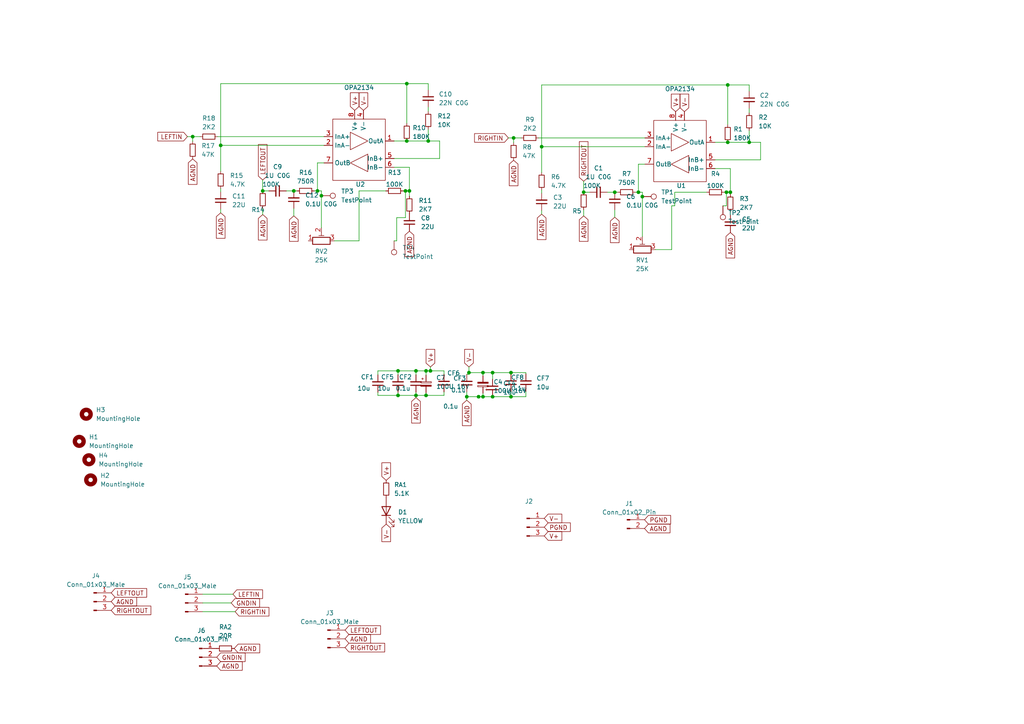
<source format=kicad_sch>
(kicad_sch (version 20231120) (generator "eeschema") (generator_version "8.0")
  (paper "A4")
  (lib_symbols
    (symbol "Amplifier_Audio:OPA2134"
      (property "Reference" "U" (at 0 -2.54 0))
      (property "Value" "OPA2134" (at 0 0 0))
      (symbol "OPA2134_0_1"
        (rectangle (start -7.62 16.51) (end 7.62 -1.27))
        (polyline (pts (xy -2.54 12.7) (xy -2.54 7.62) (xy 2.54 10.16) (xy -2.54 12.7)))
        (polyline (pts (xy 2.54 6.35) (xy 2.54 1.27) (xy -2.54 3.81) (xy 2.54 6.35)))
      )
      (symbol "OPA2134_1_1"
        (pin output line (at 10.16 10.16 180) (length 2.54) (name "OutA") (number "1"))
        (pin input line (at -10.16 8.89 0) (length 2.54) (name "InA-") (number "2"))
        (pin input line (at -10.16 11.43 0) (length 2.54) (name "InA+") (number "3"))
        (pin input line (at 1.27 19.05 270) (length 2.54) (name "V-") (number "4"))
        (pin input line (at 10.16 5.08 180) (length 2.54) (name "InB+") (number "5"))
        (pin input line (at 10.16 2.54 180) (length 2.54) (name "InB-") (number "6"))
        (pin output line (at -10.16 3.81 0) (length 2.54) (name "OutB") (number "7"))
        (pin input line (at -1.27 19.05 270) (length 2.54) (name "V+") (number "8"))
      )
    )
    (symbol "Connector:Conn_01x02_Pin" (pin_names (offset 1.016) hide)
      (property "Reference" "J" (at 0 2.54 0))
      (property "Value" "Conn_01x02_Pin" (at 0 -5.08 0))
      (symbol "Conn_01x02_Pin_1_1"
        (polyline (pts (xy 1.27 -2.54) (xy 0.8636 -2.54)) (stroke (width 0.1524)))
        (polyline (pts (xy 1.27 0) (xy 0.8636 0)) (stroke (width 0.1524)))
        (rectangle (start 0.8636 -2.413) (end 0 -2.667) (stroke (width 0.1524)) (fill (type outline)))
        (rectangle (start 0.8636 0.127) (end 0 -0.127) (stroke (width 0.1524)) (fill (type outline)))
        (pin passive line (at 5.08 0 180) (length 3.81) (name "Pin_1") (number "1"))
        (pin passive line (at 5.08 -2.54 180) (length 3.81) (name "Pin_2") (number "2"))
      )
    )
    (symbol "Connector:Conn_01x03_Male" (pin_names (offset 1.016) hide)
      (property "Reference" "J" (at 0 5.08 0))
      (property "Value" "Conn_01x03_Male" (at 0 -5.08 0))
      (symbol "Conn_01x03_Male_1_1"
        (polyline (pts (xy 1.27 -2.54) (xy 0.8636 -2.54)) (stroke (width 0.1524)))
        (polyline (pts (xy 1.27 0) (xy 0.8636 0)) (stroke (width 0.1524)))
        (polyline (pts (xy 1.27 2.54) (xy 0.8636 2.54)) (stroke (width 0.1524)))
        (rectangle (start 0.8636 -2.413) (end 0 -2.667) (stroke (width 0.1524)) (fill (type outline)))
        (rectangle (start 0.8636 0.127) (end 0 -0.127) (stroke (width 0.1524)) (fill (type outline)))
        (rectangle (start 0.8636 2.667) (end 0 2.413) (stroke (width 0.1524)) (fill (type outline)))
        (pin passive line (at 5.08 2.54 180) (length 3.81) (name "Pin_1") (number "1"))
        (pin passive line (at 5.08 0 180) (length 3.81) (name "Pin_2") (number "2"))
        (pin passive line (at 5.08 -2.54 180) (length 3.81) (name "Pin_3") (number "3"))
      )
    )
    (symbol "Connector:Conn_01x03_Pin" (pin_names (offset 1.016) hide)
      (property "Reference" "J" (at 0 5.08 0))
      (property "Value" "Conn_01x03_Pin" (at 0 -5.08 0))
      (symbol "Conn_01x03_Pin_1_1"
        (polyline (pts (xy 1.27 -2.54) (xy 0.8636 -2.54)) (stroke (width 0.1524)))
        (polyline (pts (xy 1.27 0) (xy 0.8636 0)) (stroke (width 0.1524)))
        (polyline (pts (xy 1.27 2.54) (xy 0.8636 2.54)) (stroke (width 0.1524)))
        (rectangle (start 0.8636 -2.413) (end 0 -2.667) (stroke (width 0.1524)) (fill (type outline)))
        (rectangle (start 0.8636 0.127) (end 0 -0.127) (stroke (width 0.1524)) (fill (type outline)))
        (rectangle (start 0.8636 2.667) (end 0 2.413) (stroke (width 0.1524)) (fill (type outline)))
        (pin passive line (at 5.08 2.54 180) (length 3.81) (name "Pin_1") (number "1"))
        (pin passive line (at 5.08 0 180) (length 3.81) (name "Pin_2") (number "2"))
        (pin passive line (at 5.08 -2.54 180) (length 3.81) (name "Pin_3") (number "3"))
      )
    )
    (symbol "Connector:TestPoint" (pin_numbers hide) (pin_names (offset 0.762) hide)
      (property "Reference" "TP" (at 0 6.858 0))
      (property "Value" "TestPoint" (at 0 5.08 0))
      (symbol "TestPoint_0_1"
        (circle (center 0 3.302) (radius 0.762))
      )
      (symbol "TestPoint_1_1"
        (pin passive line (at 0 0 90) (length 2.54) (name "1") (number "1"))
      )
    )
    (symbol "Device:C_Polarized_Small" (pin_numbers hide) (pin_names (offset 0.254) hide)
      (property "Reference" "C" (at 0.254 1.778 0))
      (property "Value" "C_Polarized_Small" (at 0.254 -2.032 0))
      (symbol "C_Polarized_Small_0_1"
        (rectangle (start -1.524 -0.3048) (end 1.524 -0.6858) (fill (type outline)))
        (rectangle (start -1.524 0.6858) (end 1.524 0.3048))
        (polyline (pts (xy -1.27 1.524) (xy -0.762 1.524)))
        (polyline (pts (xy -1.016 1.27) (xy -1.016 1.778)))
      )
      (symbol "C_Polarized_Small_1_1"
        (pin passive line (at 0 2.54 270) (length 1.8542) (name "~") (number "1"))
        (pin passive line (at 0 -2.54 90) (length 1.8542) (name "~") (number "2"))
      )
    )
    (symbol "Device:C_Small" (pin_numbers hide) (pin_names (offset 0.254) hide)
      (property "Reference" "C" (at 0.254 1.778 0))
      (property "Value" "C_Small" (at 0.254 -2.032 0))
      (symbol "C_Small_0_1"
        (polyline (pts (xy -1.524 -0.508) (xy 1.524 -0.508)) (stroke (width 0.3302)))
        (polyline (pts (xy -1.524 0.508) (xy 1.524 0.508)) (stroke (width 0.3048)))
      )
      (symbol "C_Small_1_1"
        (pin passive line (at 0 2.54 270) (length 2.032) (name "~") (number "1"))
        (pin passive line (at 0 -2.54 90) (length 2.032) (name "~") (number "2"))
      )
    )
    (symbol "Device:LED" (pin_numbers hide) (pin_names (offset 1.016) hide)
      (property "Reference" "D" (at 0 2.54 0))
      (property "Value" "LED" (at 0 -2.54 0))
      (symbol "LED_0_1"
        (polyline (pts (xy -1.27 -1.27) (xy -1.27 1.27)) (stroke (width 0.254)))
        (polyline (pts (xy -1.27 0) (xy 1.27 0)))
        (polyline (pts (xy 1.27 -1.27) (xy 1.27 1.27) (xy -1.27 0) (xy 1.27 -1.27)) (stroke (width 0.254)))
        (polyline (pts (xy -3.048 -0.762) (xy -4.572 -2.286) (xy -3.81 -2.286) (xy -4.572 -2.286) (xy -4.572 -1.524)))
        (polyline (pts (xy -1.778 -0.762) (xy -3.302 -2.286) (xy -2.54 -2.286) (xy -3.302 -2.286) (xy -3.302 -1.524)))
      )
      (symbol "LED_1_1"
        (pin passive line (at -3.81 0 0) (length 2.54) (name "K") (number "1"))
        (pin passive line (at 3.81 0 180) (length 2.54) (name "A") (number "2"))
      )
    )
    (symbol "Device:R_Potentiometer_Trim" (pin_names (offset 1.016) hide)
      (property "Reference" "RV" (at -4.445 0 90))
      (property "Value" "R_Potentiometer_Trim" (at -2.54 0 90))
      (symbol "R_Potentiometer_Trim_0_1"
        (polyline (pts (xy 1.524 0.762) (xy 1.524 -0.762)))
        (polyline (pts (xy 2.54 0) (xy 1.524 0)))
        (rectangle (start 1.016 2.54) (end -1.016 -2.54) (stroke (width 0.254)))
      )
      (symbol "R_Potentiometer_Trim_1_1"
        (pin passive line (at 0 3.81 270) (length 1.27) (name "1") (number "1"))
        (pin passive line (at 3.81 0 180) (length 1.27) (name "2") (number "2"))
        (pin passive line (at 0 -3.81 90) (length 1.27) (name "3") (number "3"))
      )
    )
    (symbol "Device:R_Small" (pin_numbers hide) (pin_names (offset 0.254) hide)
      (property "Reference" "R" (at 0.762 0.508 0))
      (property "Value" "R_Small" (at 0.762 -1.016 0))
      (symbol "R_Small_0_1"
        (rectangle (start -0.762 1.778) (end 0.762 -1.778) (stroke (width 0.2032)))
      )
      (symbol "R_Small_1_1"
        (pin passive line (at 0 2.54 270) (length 0.762) (name "~") (number "1"))
        (pin passive line (at 0 -2.54 90) (length 0.762) (name "~") (number "2"))
      )
    )
    (symbol "Mechanical:MountingHole" (pin_names (offset 1.016))
      (property "Reference" "H" (at 0 5.08 0))
      (property "Value" "MountingHole" (at 0 3.175 0))
      (symbol "MountingHole_0_1"
        (circle (center 0 0) (radius 1.27) (stroke (width 1.27)))
      )
    )
  )
  (junction (at 92.075 55.372))
  (junction (at 178.308 55.753))
  (junction (at 117.602 55.372))
  (junction (at 186.309 57.023))
  (junction (at 115.443 107.569))
  (junction (at 185.166 55.753))
  (junction (at 211.074 24.638))
  (junction (at 123.571 114.681))
  (junction (at 123.571 107.569))
  (junction (at 148.209 108.077))
  (junction (at 157.099 42.545))
  (junction (at 124.206 40.894))
  (junction (at 142.875 115.062))
  (junction (at 118.745 55.372))
  (junction (at 210.693 55.753))
  (junction (at 211.074 41.275))
  (junction (at 135.382 115.062))
  (junction (at 136.017 108.077))
  (junction (at 64.008 42.164))
  (junction (at 117.983 24.257))
  (junction (at 76.2 55.372))
  (junction (at 140.081 115.062))
  (junction (at 211.836 55.753))
  (junction (at 93.218 56.769))
  (junction (at 124.841 107.569))
  (junction (at 120.65 107.569))
  (junction (at 55.88 39.624))
  (junction (at 148.971 40.005))
  (junction (at 115.443 114.681))
  (junction (at 117.983 40.894))
  (junction (at 142.875 108.077))
  (junction (at 120.65 114.681))
  (junction (at 169.291 55.753))
  (junction (at 85.217 55.372))
  (junction (at 140.081 108.077))
  (junction (at 217.297 41.275))
  (junction (at 138.811 115.062))
  (junction (at 148.209 115.062))
  (wire (pts (xy 195.707 55.753) (xy 195.707 59.69)))
  (wire (pts (xy 124.206 32.385) (xy 124.206 31.115)))
  (wire (pts (xy 67.056 174.879) (xy 58.801 174.879)))
  (wire (pts (xy 117.602 55.372) (xy 118.745 55.372)))
  (wire (pts (xy 118.745 48.514) (xy 118.745 55.372)))
  (wire (pts (xy 92.075 47.244) (xy 93.98 47.244)))
  (wire (pts (xy 157.099 56.007) (xy 157.099 55.118)))
  (wire (pts (xy 178.308 62.992) (xy 178.308 60.833)))
  (wire (pts (xy 117.983 24.257) (xy 117.983 35.814)))
  (wire (pts (xy 118.745 55.372) (xy 118.745 56.896)))
  (wire (pts (xy 111.887 55.372) (xy 104.14 55.372)))
  (wire (pts (xy 152.527 108.077) (xy 148.209 108.077)))
  (wire (pts (xy 185.166 55.753) (xy 185.166 47.625)))
  (wire (pts (xy 186.309 55.753) (xy 185.166 55.753)))
  (wire (pts (xy 204.978 55.753) (xy 195.707 55.753)))
  (wire (pts (xy 115.062 69.85) (xy 114.3 69.85)))
  (wire (pts (xy 115.443 114.681) (xy 120.65 114.681)))
  (wire (pts (xy 136.017 108.077) (xy 140.081 108.077)))
  (wire (pts (xy 76.2 62.23) (xy 76.2 60.452)))
  (wire (pts (xy 211.074 24.638) (xy 211.074 36.195)))
  (wire (pts (xy 114.3 45.974) (xy 127.508 45.974)))
  (wire (pts (xy 123.571 108.839) (xy 123.571 107.569)))
  (wire (pts (xy 123.571 113.919) (xy 123.571 114.681)))
  (wire (pts (xy 115.443 108.712) (xy 115.443 107.569)))
  (wire (pts (xy 185.166 47.625) (xy 187.071 47.625)))
  (wire (pts (xy 184.277 55.753) (xy 185.166 55.753)))
  (wire (pts (xy 123.571 114.681) (xy 128.778 114.681)))
  (wire (pts (xy 128.778 108.585) (xy 128.778 107.569)))
  (wire (pts (xy 140.081 114.046) (xy 140.081 115.062)))
  (wire (pts (xy 58.801 172.339) (xy 67.564 172.339)))
  (wire (pts (xy 148.971 41.402) (xy 148.971 40.005)))
  (wire (pts (xy 186.309 57.023) (xy 186.309 55.753)))
  (wire (pts (xy 217.297 24.638) (xy 211.074 24.638)))
  (wire (pts (xy 169.291 62.611) (xy 169.291 60.833)))
  (wire (pts (xy 93.218 55.372) (xy 92.075 55.372)))
  (wire (pts (xy 114.3 48.514) (xy 118.745 48.514)))
  (wire (pts (xy 148.971 40.005) (xy 151.13 40.005)))
  (wire (pts (xy 127.508 40.894) (xy 127.508 45.974)))
  (wire (pts (xy 211.836 62.357) (xy 211.836 61.468)))
  (wire (pts (xy 152.527 115.062) (xy 148.209 115.062)))
  (wire (pts (xy 157.099 24.638) (xy 211.074 24.638)))
  (wire (pts (xy 117.602 55.372) (xy 117.602 63.119)))
  (wire (pts (xy 148.209 108.077) (xy 142.875 108.077)))
  (wire (pts (xy 109.601 107.569) (xy 115.443 107.569)))
  (wire (pts (xy 140.081 115.062) (xy 142.875 115.062)))
  (wire (pts (xy 83.058 55.372) (xy 85.217 55.372)))
  (wire (pts (xy 64.008 61.722) (xy 64.008 60.706)))
  (wire (pts (xy 124.841 107.569) (xy 123.571 107.569)))
  (wire (pts (xy 120.65 107.569) (xy 120.65 108.712)))
  (wire (pts (xy 109.601 114.681) (xy 115.443 114.681)))
  (wire (pts (xy 64.008 24.257) (xy 117.983 24.257)))
  (wire (pts (xy 207.391 46.355) (xy 220.599 46.355)))
  (wire (pts (xy 217.297 41.275) (xy 220.599 41.275)))
  (wire (pts (xy 63.119 39.624) (xy 93.98 39.624)))
  (wire (pts (xy 64.008 42.164) (xy 93.98 42.164)))
  (wire (pts (xy 157.099 42.545) (xy 187.071 42.545)))
  (wire (pts (xy 136.017 106.426) (xy 136.017 108.077)))
  (wire (pts (xy 138.684 114.935) (xy 138.811 115.062)))
  (wire (pts (xy 76.2 52.197) (xy 76.2 55.372)))
  (wire (pts (xy 91.186 55.372) (xy 92.075 55.372)))
  (wire (pts (xy 124.206 24.257) (xy 117.983 24.257)))
  (wire (pts (xy 124.206 37.465) (xy 124.206 40.894)))
  (wire (pts (xy 211.836 55.753) (xy 211.836 56.388)))
  (wire (pts (xy 178.308 55.753) (xy 179.197 55.753)))
  (wire (pts (xy 109.601 113.792) (xy 109.601 114.681)))
  (wire (pts (xy 109.601 108.712) (xy 109.601 107.569)))
  (wire (pts (xy 157.099 42.545) (xy 157.099 50.038)))
  (wire (pts (xy 117.983 40.894) (xy 124.206 40.894)))
  (wire (pts (xy 211.074 41.275) (xy 217.297 41.275)))
  (wire (pts (xy 136.017 108.585) (xy 135.382 108.585)))
  (wire (pts (xy 128.778 107.569) (xy 124.841 107.569)))
  (wire (pts (xy 85.217 62.611) (xy 85.217 60.452)))
  (wire (pts (xy 124.206 26.035) (xy 124.206 24.257)))
  (wire (pts (xy 156.21 40.005) (xy 187.071 40.005)))
  (wire (pts (xy 140.081 108.966) (xy 140.081 108.077)))
  (wire (pts (xy 115.062 63.119) (xy 115.062 69.85)))
  (wire (pts (xy 194.818 59.69) (xy 194.818 72.39)))
  (wire (pts (xy 93.218 56.769) (xy 93.218 66.04)))
  (wire (pts (xy 186.309 57.023) (xy 186.309 68.58)))
  (wire (pts (xy 124.206 40.894) (xy 127.508 40.894)))
  (wire (pts (xy 92.075 55.372) (xy 92.075 47.244)))
  (wire (pts (xy 157.099 62.103) (xy 157.099 61.087)))
  (wire (pts (xy 135.382 113.665) (xy 135.382 115.062)))
  (wire (pts (xy 140.081 108.077) (xy 142.875 108.077)))
  (wire (pts (xy 148.209 108.458) (xy 148.209 108.077)))
  (wire (pts (xy 104.14 69.85) (xy 97.028 69.85)))
  (wire (pts (xy 210.693 55.753) (xy 211.836 55.753)))
  (wire (pts (xy 64.008 42.164) (xy 64.008 49.657)))
  (wire (pts (xy 120.65 114.681) (xy 123.571 114.681)))
  (wire (pts (xy 194.818 72.39) (xy 190.119 72.39)))
  (wire (pts (xy 147.447 40.005) (xy 148.971 40.005)))
  (wire (pts (xy 220.599 41.275) (xy 220.599 46.355)))
  (wire (pts (xy 55.88 41.021) (xy 55.88 39.624)))
  (wire (pts (xy 104.14 55.372) (xy 104.14 69.85)))
  (wire (pts (xy 210.693 55.753) (xy 210.693 59.69)))
  (wire (pts (xy 169.291 55.753) (xy 171.069 55.753)))
  (wire (pts (xy 217.297 26.416) (xy 217.297 24.638)))
  (wire (pts (xy 55.88 39.624) (xy 58.039 39.624)))
  (wire (pts (xy 117.602 63.119) (xy 115.062 63.119)))
  (wire (pts (xy 115.443 113.792) (xy 115.443 114.681)))
  (wire (pts (xy 114.3 40.894) (xy 117.983 40.894)))
  (wire (pts (xy 124.841 106.426) (xy 124.841 107.569)))
  (wire (pts (xy 217.297 37.846) (xy 217.297 41.275)))
  (wire (pts (xy 54.356 39.624) (xy 55.88 39.624)))
  (wire (pts (xy 152.527 108.458) (xy 152.527 108.077)))
  (wire (pts (xy 116.967 55.372) (xy 117.602 55.372)))
  (wire (pts (xy 120.65 114.681) (xy 120.65 115.316)))
  (wire (pts (xy 64.008 42.164) (xy 64.008 24.257)))
  (wire (pts (xy 148.209 113.538) (xy 148.209 115.062)))
  (wire (pts (xy 169.291 52.578) (xy 169.291 55.753)))
  (wire (pts (xy 93.218 56.769) (xy 93.218 55.372)))
  (wire (pts (xy 58.801 177.419) (xy 68.199 177.419)))
  (wire (pts (xy 152.527 113.538) (xy 152.527 115.062)))
  (wire (pts (xy 64.008 55.626) (xy 64.008 54.737)))
  (wire (pts (xy 210.693 59.69) (xy 209.677 59.69)))
  (wire (pts (xy 136.017 108.077) (xy 136.017 108.585)))
  (wire (pts (xy 210.058 55.753) (xy 210.693 55.753)))
  (wire (pts (xy 157.099 42.545) (xy 157.099 24.638)))
  (wire (pts (xy 128.778 113.665) (xy 128.778 114.681)))
  (wire (pts (xy 207.391 48.895) (xy 211.836 48.895)))
  (wire (pts (xy 142.875 109.982) (xy 142.875 108.077)))
  (wire (pts (xy 138.811 115.062) (xy 140.081 115.062)))
  (wire (pts (xy 148.209 115.062) (xy 142.875 115.062)))
  (wire (pts (xy 123.571 107.569) (xy 120.65 107.569)))
  (wire (pts (xy 217.297 32.766) (xy 217.297 31.496)))
  (wire (pts (xy 194.818 59.69) (xy 195.707 59.69)))
  (wire (pts (xy 176.149 55.753) (xy 178.308 55.753)))
  (wire (pts (xy 120.65 113.792) (xy 120.65 114.681)))
  (wire (pts (xy 135.382 115.062) (xy 138.811 115.062)))
  (wire (pts (xy 211.836 48.895) (xy 211.836 55.753)))
  (wire (pts (xy 76.2 55.372) (xy 77.978 55.372)))
  (wire (pts (xy 115.443 107.569) (xy 120.65 107.569)))
  (wire (pts (xy 135.382 115.062) (xy 135.382 116.078)))
  (wire (pts (xy 85.217 55.372) (xy 86.106 55.372)))
  (wire (pts (xy 207.391 41.275) (xy 211.074 41.275)))
  (global_label "AGND" (shape input) (at 118.745 67.056 270) (property "Intersheetrefs" "${INTERSHEET_REFS}" (effects (hide yes))))
  (global_label "LEFTIN" (shape input) (at 54.356 39.624 180) (property "Intersheetrefs" "${INTERSHEET_REFS}" (effects (hide yes))))
  (global_label "AGND" (shape input) (at 55.88 46.101 270) (property "Intersheetrefs" "${INTERSHEET_REFS}" (effects (hide yes))))
  (global_label "PGND" (shape input) (at 157.861 152.908 0) (property "Intersheetrefs" "${INTERSHEET_REFS}" (effects (hide yes))))
  (global_label "AGND" (shape input) (at 67.945 188.087 0) (property "Intersheetrefs" "${INTERSHEET_REFS}" (effects (hide yes))))
  (global_label "V-" (shape input) (at 105.41 32.004 90) (property "Intersheetrefs" "${INTERSHEET_REFS}" (effects (hide yes))))
  (global_label "AGND" (shape input) (at 169.291 62.611 270) (property "Intersheetrefs" "${INTERSHEET_REFS}" (effects (hide yes))))
  (global_label "AGND" (shape input) (at 178.308 62.992 270) (property "Intersheetrefs" "${INTERSHEET_REFS}" (effects (hide yes))))
  (global_label "AGND" (shape input) (at 76.2 62.23 270) (property "Intersheetrefs" "${INTERSHEET_REFS}" (effects (hide yes))))
  (global_label "AGND" (shape input) (at 85.217 62.611 270) (property "Intersheetrefs" "${INTERSHEET_REFS}" (effects (hide yes))))
  (global_label "AGND" (shape input) (at 120.65 115.316 270) (property "Intersheetrefs" "${INTERSHEET_REFS}" (effects (hide yes))))
  (global_label "LEFTOUT" (shape input) (at 76.2 52.197 90) (property "Intersheetrefs" "${INTERSHEET_REFS}" (effects (hide yes))))
  (global_label "V-" (shape input) (at 112.014 152.019 270) (property "Intersheetrefs" "${INTERSHEET_REFS}" (effects (hide yes))))
  (global_label "V-" (shape input) (at 157.861 150.368 0) (property "Intersheetrefs" "${INTERSHEET_REFS}" (effects (hide yes))))
  (global_label "GNDIN" (shape input) (at 67.056 174.879 0) (property "Intersheetrefs" "${INTERSHEET_REFS}" (effects (hide yes))))
  (global_label "AGND" (shape input) (at 64.008 61.722 270) (property "Intersheetrefs" "${INTERSHEET_REFS}" (effects (hide yes))))
  (global_label "V-" (shape input) (at 136.017 106.426 90) (property "Intersheetrefs" "${INTERSHEET_REFS}" (effects (hide yes))))
  (global_label "AGND" (shape input) (at 186.944 153.289 0) (property "Intersheetrefs" "${INTERSHEET_REFS}" (effects (hide yes))))
  (global_label "AGND" (shape input) (at 157.099 62.103 270) (property "Intersheetrefs" "${INTERSHEET_REFS}" (effects (hide yes))))
  (global_label "RIGHTOUT" (shape input) (at 100.076 187.833 0) (property "Intersheetrefs" "${INTERSHEET_REFS}" (effects (hide yes))))
  (global_label "V+" (shape input) (at 157.861 155.448 0) (property "Intersheetrefs" "${INTERSHEET_REFS}" (effects (hide yes))))
  (global_label "RIGHTIN" (shape input) (at 147.447 40.005 180) (property "Intersheetrefs" "${INTERSHEET_REFS}" (effects (hide yes))))
  (global_label "PGND" (shape input) (at 186.944 150.749 0) (property "Intersheetrefs" "${INTERSHEET_REFS}" (effects (hide yes))))
  (global_label "RIGHTIN" (shape input) (at 68.199 177.419 0) (property "Intersheetrefs" "${INTERSHEET_REFS}" (effects (hide yes))))
  (global_label "V-" (shape input) (at 198.501 32.385 90) (property "Intersheetrefs" "${INTERSHEET_REFS}" (effects (hide yes))))
  (global_label "V+" (shape input) (at 195.961 32.385 90) (property "Intersheetrefs" "${INTERSHEET_REFS}" (effects (hide yes))))
  (global_label "V+" (shape input) (at 112.014 139.319 90) (property "Intersheetrefs" "${INTERSHEET_REFS}" (effects (hide yes))))
  (global_label "AGND" (shape input) (at 32.258 174.498 0) (property "Intersheetrefs" "${INTERSHEET_REFS}" (effects (hide yes))))
  (global_label "AGND" (shape input) (at 62.865 193.167 0) (property "Intersheetrefs" "${INTERSHEET_REFS}" (effects (hide yes))))
  (global_label "AGND" (shape input) (at 135.382 116.078 270) (property "Intersheetrefs" "${INTERSHEET_REFS}" (effects (hide yes))))
  (global_label "AGND" (shape input) (at 100.076 185.293 0) (property "Intersheetrefs" "${INTERSHEET_REFS}" (effects (hide yes))))
  (global_label "GNDIN" (shape input) (at 62.865 190.627 0) (property "Intersheetrefs" "${INTERSHEET_REFS}" (effects (hide yes))))
  (global_label "LEFTOUT" (shape input) (at 32.258 171.958 0) (property "Intersheetrefs" "${INTERSHEET_REFS}" (effects (hide yes))))
  (global_label "RIGHTOUT" (shape input) (at 32.258 177.038 0) (property "Intersheetrefs" "${INTERSHEET_REFS}" (effects (hide yes))))
  (global_label "LEFTOUT" (shape input) (at 100.076 182.753 0) (property "Intersheetrefs" "${INTERSHEET_REFS}" (effects (hide yes))))
  (global_label "LEFTIN" (shape input) (at 67.564 172.339 0) (property "Intersheetrefs" "${INTERSHEET_REFS}" (effects (hide yes))))
  (global_label "V+" (shape input) (at 124.841 106.426 90) (property "Intersheetrefs" "${INTERSHEET_REFS}" (effects (hide yes))))
  (global_label "AGND" (shape input) (at 148.971 46.482 270) (property "Intersheetrefs" "${INTERSHEET_REFS}" (effects (hide yes))))
  (global_label "V+" (shape input) (at 102.87 32.004 90) (property "Intersheetrefs" "${INTERSHEET_REFS}" (effects (hide yes))))
  (global_label "RIGHTOUT" (shape input) (at 169.291 52.578 90) (property "Intersheetrefs" "${INTERSHEET_REFS}" (effects (hide yes))))
  (global_label "AGND" (shape input) (at 211.836 67.437 270) (property "Intersheetrefs" "${INTERSHEET_REFS}" (effects (hide yes))))
  (symbol (lib_id "Device:R_Small") (at 211.836 58.928 180) (unit 1)
    (property "Reference" "R3" (at 214.503 57.6579 0) (effects (justify right)))
    (property "Value" "2K7" (at 214.503 60.1979 0) (effects (justify right)))
    (property "Footprint" "Resistor_SMD:R_0805_2012Metric_Pad1.20x1.40mm_HandSolder" (effects (hide yes)))
  )
  (symbol (lib_id "Device:C_Polarized_Small") (at 123.571 111.379 0) (unit 1)
    (property "Reference" "C7" (at 126.492 109.5628 0) (effects (justify left)))
    (property "Value" "100U 16V" (at 126.492 112.1028 0) (effects (justify left)))
    (property "Footprint" "Capacitor_THT:CP_Radial_D6.3mm_P2.50mm" (effects (hide yes)))
  )
  (symbol (lib_id "Device:R_Small") (at 148.971 43.942 180) (unit 1)
    (property "Reference" "R8" (at 151.511 42.6719 0) (effects (justify right)))
    (property "Value" "47K" (at 151.511 45.2119 0) (effects (justify right)))
    (property "Footprint" "Resistor_SMD:R_0805_2012Metric_Pad1.20x1.40mm_HandSolder" (effects (hide yes)))
  )
  (symbol (lib_id "Connector:Conn_01x03_Male") (at 53.721 174.879 0) (unit 1)
    (property "Reference" "J5" (at 54.356 167.386 0))
    (property "Value" "Conn_01x03_Male" (at 54.356 169.926 0))
    (property "Footprint" "Connector_JST:JST_PH_B3B-PH-K_1x03_P2.00mm_Vertical" (effects (hide yes)))
  )
  (symbol (lib_id "Mechanical:MountingHole") (at 22.987 128.016 0) (unit 1)
    (property "Reference" "H1" (at 25.781 126.7459 0) (effects (justify left)))
    (property "Value" "MountingHole" (at 25.781 129.2859 0) (effects (justify left)))
    (property "Footprint" "MountingHole:MountingHole_3.2mm_M3" (effects (hide yes)))
  )
  (symbol (lib_id "Device:R_Small") (at 60.579 39.624 90) (unit 1)
    (property "Reference" "R18" (at 60.579 34.29 90))
    (property "Value" "2K2" (at 60.579 36.83 90))
    (property "Footprint" "Resistor_SMD:R_0805_2012Metric_Pad1.20x1.40mm_HandSolder" (effects (hide yes)))
  )
  (symbol (lib_id "Device:C_Polarized_Small") (at 140.081 111.506 180) (unit 1)
    (property "Reference" "C4" (at 143.129 110.782 0) (effects (justify right)))
    (property "Value" "100U 16V" (at 143.129 113.322 0) (effects (justify right)))
    (property "Footprint" "Capacitor_THT:CP_Radial_D6.3mm_P2.50mm" (effects (hide yes)))
  )
  (symbol (lib_id "Connector:TestPoint") (at 93.218 56.769 270) (unit 1)
    (property "Reference" "TP3" (at 98.933 55.4989 90) (effects (justify left)))
    (property "Value" "TestPoint" (at 98.933 58.0389 90) (effects (justify left)))
    (property "Footprint" "TestPoint:TestPoint_THTPad_1.5x1.5mm_Drill0.7mm" (effects (hide yes)))
  )
  (symbol (lib_id "Device:R_Small") (at 55.88 43.561 180) (unit 1)
    (property "Reference" "R17" (at 58.42 42.2909 0) (effects (justify right)))
    (property "Value" "47K" (at 58.42 44.8309 0) (effects (justify right)))
    (property "Footprint" "Resistor_SMD:R_0805_2012Metric_Pad1.20x1.40mm_HandSolder" (effects (hide yes)))
  )
  (symbol (lib_id "Device:C_Small") (at 217.297 28.956 0) (unit 1)
    (property "Reference" "C2" (at 220.345 27.6922 0) (effects (justify left)))
    (property "Value" "22N C0G" (at 220.345 30.2322 0) (effects (justify left)))
    (property "Footprint" "Capacitor_SMD:C_0805_2012Metric_Pad1.18x1.45mm_HandSolder" (effects (hide yes)))
  )
  (symbol (lib_id "Device:R_Small") (at 64.008 52.197 180) (unit 1)
    (property "Reference" "R15" (at 66.675 50.9269 0) (effects (justify right)))
    (property "Value" "4.7K" (at 66.675 53.4669 0) (effects (justify right)))
    (property "Footprint" "Resistor_SMD:R_0805_2012Metric_Pad1.20x1.40mm_HandSolder" (effects (hide yes)))
  )
  (symbol (lib_id "Device:R_Small") (at 124.206 34.925 180) (unit 1)
    (property "Reference" "R12" (at 126.873 33.6549 0) (effects (justify right)))
    (property "Value" "10K" (at 126.873 36.1949 0) (effects (justify right)))
    (property "Footprint" "Resistor_SMD:R_0805_2012Metric_Pad1.20x1.40mm_HandSolder" (effects (hide yes)))
  )
  (symbol (lib_id "Device:R_Small") (at 211.074 38.735 0) (unit 1)
    (property "Reference" "R1" (at 212.725 37.4649 0) (effects (justify left)))
    (property "Value" "180K" (at 212.725 40.0049 0) (effects (justify left)))
    (property "Footprint" "Resistor_SMD:R_0805_2012Metric_Pad1.20x1.40mm_HandSolder" (effects (hide yes)))
  )
  (symbol (lib_id "Device:R_Small") (at 114.427 55.372 90) (unit 1)
    (property "Reference" "R13" (at 114.427 50.038 90))
    (property "Value" "100K" (at 114.427 53.467 90))
    (property "Footprint" "Resistor_SMD:R_0805_2012Metric_Pad1.20x1.40mm_HandSolder" (effects (hide yes)))
  )
  (symbol (lib_id "Device:C_Small") (at 80.518 55.372 270) (unit 1)
    (property "Reference" "C9" (at 80.5116 48.387 90))
    (property "Value" "1U C0G" (at 80.5116 50.927 90))
    (property "Footprint" "Capacitor_THT:C_Rect_L7.2mm_W11.0mm_P5.00mm_FKS2_FKP2_MKS2_MKP2" (effects (hide yes)))
  )
  (symbol (lib_id "Mechanical:MountingHole") (at 26.289 139.192 0) (unit 1)
    (property "Reference" "H2" (at 29.083 137.9219 0) (effects (justify left)))
    (property "Value" "MountingHole" (at 29.083 140.4619 0) (effects (justify left)))
    (property "Footprint" "MountingHole:MountingHole_3.2mm_M3" (effects (hide yes)))
  )
  (symbol (lib_id "Device:R_Small") (at 112.014 141.859 180) (unit 1)
    (property "Reference" "RA1" (at 114.3 140.5889 0) (effects (justify right)))
    (property "Value" "5.1K" (at 114.3 143.1289 0) (effects (justify right)))
    (property "Footprint" "Resistor_SMD:R_0603_1608Metric" (effects (hide yes)))
  )
  (symbol (lib_id "Device:C_Small") (at 178.308 58.293 180) (unit 1)
    (property "Reference" "C6" (at 181.61 57.0165 0) (effects (justify right)))
    (property "Value" "0.1U C0G" (at 181.61 59.5565 0) (effects (justify right)))
    (property "Footprint" "Capacitor_SMD:C_1206_3216Metric_Pad1.33x1.80mm_HandSolder" (effects (hide yes)))
  )
  (symbol (lib_id "Device:R_Small") (at 153.67 40.005 90) (unit 1)
    (property "Reference" "R9" (at 153.67 34.671 90))
    (property "Value" "2K2" (at 153.67 37.211 90))
    (property "Footprint" "Resistor_SMD:R_0805_2012Metric_Pad1.20x1.40mm_HandSolder" (effects (hide yes)))
  )
  (symbol (lib_id "Device:LED") (at 112.014 148.209 90) (unit 1)
    (property "Reference" "D1" (at 115.443 148.5264 90) (effects (justify right)))
    (property "Value" "YELLOW" (at 115.443 151.0664 90) (effects (justify right)))
    (property "Footprint" "LED_SMD:LED_0805_2012Metric_Pad1.15x1.40mm_HandSolder" (effects (hide yes)))
  )
  (symbol (lib_id "Device:C_Small") (at 173.609 55.753 270) (unit 1)
    (property "Reference" "C1" (at 173.6026 48.768 90))
    (property "Value" "1U C0G" (at 173.6026 51.308 90))
    (property "Footprint" "Capacitor_THT:C_Rect_L7.2mm_W11.0mm_P5.00mm_FKS2_FKP2_MKS2_MKP2" (effects (hide yes)))
  )
  (symbol (lib_id "Device:R_Potentiometer_Trim") (at 93.218 69.85 90) (unit 1)
    (property "Reference" "RV2" (at 93.218 72.898 90))
    (property "Value" "25K" (at 93.218 75.438 90))
    (property "Footprint" "Potentiometer_THT:Potentiometer_Bourns_3296W_Vertical" (effects (hide yes)))
  )
  (symbol (lib_id "Device:R_Potentiometer_Trim") (at 186.309 72.39 90) (unit 1)
    (property "Reference" "RV1" (at 186.309 75.438 90))
    (property "Value" "25K" (at 186.309 77.978 90))
    (property "Footprint" "Potentiometer_THT:Potentiometer_Bourns_3296W_Vertical" (effects (hide yes)))
  )
  (symbol (lib_id "Device:C_Small") (at 109.601 111.252 180) (unit 1)
    (property "Reference" "CF1" (at 104.648 109.347 0) (effects (justify right)))
    (property "Value" "10u" (at 103.632 112.649 0) (effects (justify right)))
    (property "Footprint" "Capacitor_SMD:C_1206_3216Metric_Pad1.33x1.80mm_HandSolder" (effects (hide yes)))
  )
  (symbol (lib_id "Connector:Conn_01x02_Pin") (at 181.864 150.749 0) (unit 1)
    (property "Reference" "J1" (at 182.499 146.05 0))
    (property "Value" "Conn_01x02_Pin" (at 182.499 148.59 0))
    (property "Footprint" "Connector_PinHeader_2.54mm:PinHeader_1x02_P2.54mm_Vertical" (effects (hide yes)))
  )
  (symbol (lib_id "Device:R_Small") (at 118.745 59.436 180) (unit 1)
    (property "Reference" "R11" (at 121.412 58.1659 0) (effects (justify right)))
    (property "Value" "2K7" (at 121.412 60.7059 0) (effects (justify right)))
    (property "Footprint" "Resistor_SMD:R_0805_2012Metric_Pad1.20x1.40mm_HandSolder" (effects (hide yes)))
  )
  (symbol (lib_id "Mechanical:MountingHole") (at 25.781 133.35 0) (unit 1)
    (property "Reference" "H4" (at 28.575 132.0799 0) (effects (justify left)))
    (property "Value" "MountingHole" (at 28.575 134.6199 0) (effects (justify left)))
    (property "Footprint" "MountingHole:MountingHole_3.2mm_M3" (effects (hide yes)))
  )
  (symbol (lib_id "Device:C_Small") (at 211.836 64.897 180) (unit 1)
    (property "Reference" "C5" (at 215.138 63.6205 0) (effects (justify right)))
    (property "Value" "22U" (at 215.138 66.1605 0) (effects (justify right)))
    (property "Footprint" "Capacitor_THT:CP_Radial_D6.3mm_P2.50mm" (effects (hide yes)))
  )
  (symbol (lib_id "Mechanical:MountingHole") (at 25.019 120.142 0) (unit 1)
    (property "Reference" "H3" (at 27.813 118.8719 0) (effects (justify left)))
    (property "Value" "MountingHole" (at 27.813 121.4119 0) (effects (justify left)))
    (property "Footprint" "MountingHole:MountingHole_3.2mm_M3" (effects (hide yes)))
  )
  (symbol (lib_id "Device:R_Small") (at 169.291 58.293 180) (unit 1)
    (property "Reference" "R5" (at 165.989 61.214 0) (effects (justify right)))
    (property "Value" "100K" (at 169.164 53.848 0) (effects (justify right)))
    (property "Footprint" "Resistor_SMD:R_0805_2012Metric_Pad1.20x1.40mm_HandSolder" (effects (hide yes)))
  )
  (symbol (lib_id "Connector:Conn_01x03_Male") (at 27.178 174.498 0) (unit 1)
    (property "Reference" "J4" (at 27.813 167.005 0))
    (property "Value" "Conn_01x03_Male" (at 27.813 169.545 0))
    (property "Footprint" "Connector_JST:JST_PH_B3B-PH-K_1x03_P2.00mm_Vertical" (effects (hide yes)))
  )
  (symbol (lib_id "Amplifier_Audio:OPA2134") (at 197.231 51.435 0) (unit 1)
    (property "Reference" "U1" (at 197.612 53.848 0))
    (property "Value" "OPA2134" (at 197.231 25.781 0))
    (property "Footprint" "Package_DIP:DIP-8_W7.62mm_Socket" (effects (hide yes)))
  )
  (symbol (lib_id "Device:R_Small") (at 88.646 55.372 90) (unit 1)
    (property "Reference" "R16" (at 88.646 50.038 90))
    (property "Value" "750R" (at 88.646 52.578 90))
    (property "Footprint" "Resistor_SMD:R_0805_2012Metric_Pad1.20x1.40mm_HandSolder" (effects (hide yes)))
  )
  (symbol (lib_id "Device:C_Small") (at 152.527 110.998 180) (unit 1)
    (property "Reference" "CF7" (at 155.575 109.7215 0) (effects (justify right)))
    (property "Value" "10u" (at 155.575 112.2615 0) (effects (justify right)))
    (property "Footprint" "Capacitor_SMD:C_1206_3216Metric_Pad1.33x1.80mm_HandSolder" (effects (hide yes)))
  )
  (symbol (lib_id "Device:R_Small") (at 157.099 52.578 180) (unit 1)
    (property "Reference" "R6" (at 159.766 51.3079 0) (effects (justify right)))
    (property "Value" "4.7K" (at 159.766 53.8479 0) (effects (justify right)))
    (property "Footprint" "Resistor_SMD:R_0805_2012Metric_Pad1.20x1.40mm_HandSolder" (effects (hide yes)))
  )
  (symbol (lib_id "Device:C_Small") (at 120.65 111.252 180) (unit 1)
    (property "Reference" "CF2" (at 115.697 109.347 0) (effects (justify right)))
    (property "Value" "0.1u" (at 114.681 112.649 0) (effects (justify right)))
    (property "Footprint" "Capacitor_SMD:C_0805_2012Metric_Pad1.18x1.45mm_HandSolder" (effects (hide yes)))
  )
  (symbol (lib_id "Device:C_Small") (at 148.209 110.998 180) (unit 1)
    (property "Reference" "CF8" (at 148.209 109.474 0) (effects (justify right)))
    (property "Value" "0.1u" (at 148.209 112.649 0) (effects (justify right)))
    (property "Footprint" "Capacitor_SMD:C_0805_2012Metric_Pad1.18x1.45mm_HandSolder" (effects (hide yes)))
  )
  (symbol (lib_id "Connector:TestPoint") (at 114.3 69.85 180) (unit 1)
    (property "Reference" "TP4" (at 116.713 71.8819 0) (effects (justify right)))
    (property "Value" "TestPoint" (at 116.713 74.4219 0) (effects (justify right)))
    (property "Footprint" "TestPoint:TestPoint_THTPad_1.5x1.5mm_Drill0.7mm" (effects (hide yes)))
  )
  (symbol (lib_id "Device:C_Small") (at 157.099 58.547 180) (unit 1)
    (property "Reference" "C3" (at 160.401 57.2705 0) (effects (justify right)))
    (property "Value" "22U" (at 160.401 59.8105 0) (effects (justify right)))
    (property "Footprint" "Capacitor_THT:CP_Radial_D6.3mm_P2.50mm" (effects (hide yes)))
  )
  (symbol (lib_id "Device:C_Small") (at 118.745 64.516 180) (unit 1)
    (property "Reference" "C8" (at 122.047 63.2395 0) (effects (justify right)))
    (property "Value" "22U" (at 122.047 65.7795 0) (effects (justify right)))
    (property "Footprint" "Capacitor_THT:CP_Radial_D6.3mm_P2.50mm" (effects (hide yes)))
  )
  (symbol (lib_id "Device:R_Small") (at 117.983 38.354 0) (unit 1)
    (property "Reference" "R10" (at 119.634 37.0839 0) (effects (justify left)))
    (property "Value" "180K" (at 119.634 39.6239 0) (effects (justify left)))
    (property "Footprint" "Resistor_SMD:R_0805_2012Metric_Pad1.20x1.40mm_HandSolder" (effects (hide yes)))
  )
  (symbol (lib_id "Device:C_Small") (at 128.778 111.125 180) (unit 1)
    (property "Reference" "CF6" (at 129.667 108.204 0) (effects (justify right)))
    (property "Value" "0.1u" (at 128.524 117.856 0) (effects (justify right)))
    (property "Footprint" "Capacitor_SMD:C_0805_2012Metric_Pad1.18x1.45mm_HandSolder" (effects (hide yes)))
  )
  (symbol (lib_id "Device:R_Small") (at 76.2 57.912 180) (unit 1)
    (property "Reference" "R14" (at 72.898 60.833 0) (effects (justify right)))
    (property "Value" "100K" (at 76.073 53.467 0) (effects (justify right)))
    (property "Footprint" "Resistor_SMD:R_0805_2012Metric_Pad1.20x1.40mm_HandSolder" (effects (hide yes)))
  )
  (symbol (lib_id "Connector:Conn_01x03_Male") (at 152.781 152.908 0) (unit 1)
    (property "Reference" "J2" (at 153.416 145.415 0))
    (property "Value" "Conn_01x03_Male" (effects (hide yes)))
    (property "Footprint" "Connector_JST:JST_PH_B3B-PH-K_1x03_P2.00mm_Vertical" (effects (hide yes)))
  )
  (symbol (lib_id "Device:C_Small") (at 115.443 111.252 180) (unit 1)
    (property "Reference" "CF5" (at 110.49 109.347 0) (effects (justify right)))
    (property "Value" "10u" (at 109.474 112.649 0) (effects (justify right)))
    (property "Footprint" "Capacitor_SMD:C_1206_3216Metric_Pad1.33x1.80mm_HandSolder" (effects (hide yes)))
  )
  (symbol (lib_id "Connector:Conn_01x03_Male") (at 94.996 185.293 0) (unit 1)
    (property "Reference" "J3" (at 95.631 177.8 0))
    (property "Value" "Conn_01x03_Male" (at 95.631 180.34 0))
    (property "Footprint" "Connector_PinHeader_2.54mm:PinHeader_1x03_P2.54mm_Vertical" (effects (hide yes)))
  )
  (symbol (lib_id "Device:R_Small") (at 65.405 188.087 270) (unit 1)
    (property "Reference" "RA2" (at 65.405 181.864 90))
    (property "Value" "20R" (at 65.405 184.404 90))
    (property "Footprint" "Resistor_SMD:R_0603_1608Metric" (effects (hide yes)))
  )
  (symbol (lib_id "Device:C_Small") (at 142.875 112.522 180) (unit 1)
    (property "Reference" "CF4" (at 145.923 111.2455 0) (effects (justify right)))
    (property "Value" "10u" (at 145.923 113.7855 0) (effects (justify right)))
    (property "Footprint" "Capacitor_SMD:C_1206_3216Metric_Pad1.33x1.80mm_HandSolder" (effects (hide yes)))
  )
  (symbol (lib_id "Device:C_Small") (at 124.206 28.575 0) (unit 1)
    (property "Reference" "C10" (at 127.254 27.3112 0) (effects (justify left)))
    (property "Value" "22N C0G" (at 127.254 29.8512 0) (effects (justify left)))
    (property "Footprint" "Capacitor_SMD:C_0805_2012Metric_Pad1.18x1.45mm_HandSolder" (effects (hide yes)))
  )
  (symbol (lib_id "Device:R_Small") (at 217.297 35.306 180) (unit 1)
    (property "Reference" "R2" (at 219.964 34.0359 0) (effects (justify right)))
    (property "Value" "10K" (at 219.964 36.5759 0) (effects (justify right)))
    (property "Footprint" "Resistor_SMD:R_0805_2012Metric_Pad1.20x1.40mm_HandSolder" (effects (hide yes)))
  )
  (symbol (lib_id "Device:C_Small") (at 85.217 57.912 180) (unit 1)
    (property "Reference" "C12" (at 88.519 56.6355 0) (effects (justify right)))
    (property "Value" "0.1U C0G" (at 88.519 59.1755 0) (effects (justify right)))
    (property "Footprint" "Capacitor_SMD:C_1206_3216Metric_Pad1.33x1.80mm_HandSolder" (effects (hide yes)))
  )
  (symbol (lib_id "Device:R_Small") (at 181.737 55.753 90) (unit 1)
    (property "Reference" "R7" (at 181.737 50.419 90))
    (property "Value" "750R" (at 181.737 52.959 90))
    (property "Footprint" "Resistor_SMD:R_0805_2012Metric_Pad1.20x1.40mm_HandSolder" (effects (hide yes)))
  )
  (symbol (lib_id "Device:C_Small") (at 64.008 58.166 180) (unit 1)
    (property "Reference" "C11" (at 67.31 56.8895 0) (effects (justify right)))
    (property "Value" "22U" (at 67.31 59.4295 0) (effects (justify right)))
    (property "Footprint" "Capacitor_THT:CP_Radial_D6.3mm_P2.50mm" (effects (hide yes)))
  )
  (symbol (lib_id "Device:R_Small") (at 207.518 55.753 90) (unit 1)
    (property "Reference" "R4" (at 207.518 50.419 90))
    (property "Value" "100K" (at 207.518 53.848 90))
    (property "Footprint" "Resistor_SMD:R_0805_2012Metric_Pad1.20x1.40mm_HandSolder" (effects (hide yes)))
  )
  (symbol (lib_id "Connector:TestPoint") (at 186.309 57.023 270) (unit 1)
    (property "Reference" "TP1" (at 191.77 55.7529 90) (effects (justify left)))
    (property "Value" "TestPoint" (at 191.77 58.2929 90) (effects (justify left)))
    (property "Footprint" "TestPoint:TestPoint_THTPad_1.5x1.5mm_Drill0.7mm" (effects (hide yes)))
  )
  (symbol (lib_id "Connector:Conn_01x03_Pin") (at 57.785 190.627 0) (unit 1)
    (property "Reference" "J6" (at 58.42 182.88 0))
    (property "Value" "Conn_01x03_Pin" (at 58.42 185.42 0))
    (property "Footprint" "Connector_PinHeader_2.54mm:PinHeader_1x03_P2.54mm_Vertical" (effects (hide yes)))
  )
  (symbol (lib_id "Device:C_Small") (at 135.382 111.125 180) (unit 1)
    (property "Reference" "CF3" (at 131.445 109.728 0) (effects (justify right)))
    (property "Value" "0.1u" (at 130.81 113.157 0) (effects (justify right)))
    (property "Footprint" "Capacitor_SMD:C_0805_2012Metric_Pad1.18x1.45mm_HandSolder" (effects (hide yes)))
  )
  (symbol (lib_id "Connector:TestPoint") (at 209.677 59.69 180) (unit 1)
    (property "Reference" "TP2" (at 211.201 61.7219 0) (effects (justify right)))
    (property "Value" "TestPoint" (at 211.201 64.2619 0) (effects (justify right)))
    (property "Footprint" "TestPoint:TestPoint_THTPad_1.5x1.5mm_Drill0.7mm" (effects (hide yes)))
  )
  (symbol (lib_id "Amplifier_Audio:OPA2134") (at 104.14 51.054 0) (unit 1)
    (property "Reference" "U2" (at 104.521 53.467 0))
    (property "Value" "OPA2134" (at 104.14 25.4 0))
    (property "Footprint" "Package_DIP:DIP-8_W7.62mm_Socket" (effects (hide yes)))
  )
)
</source>
